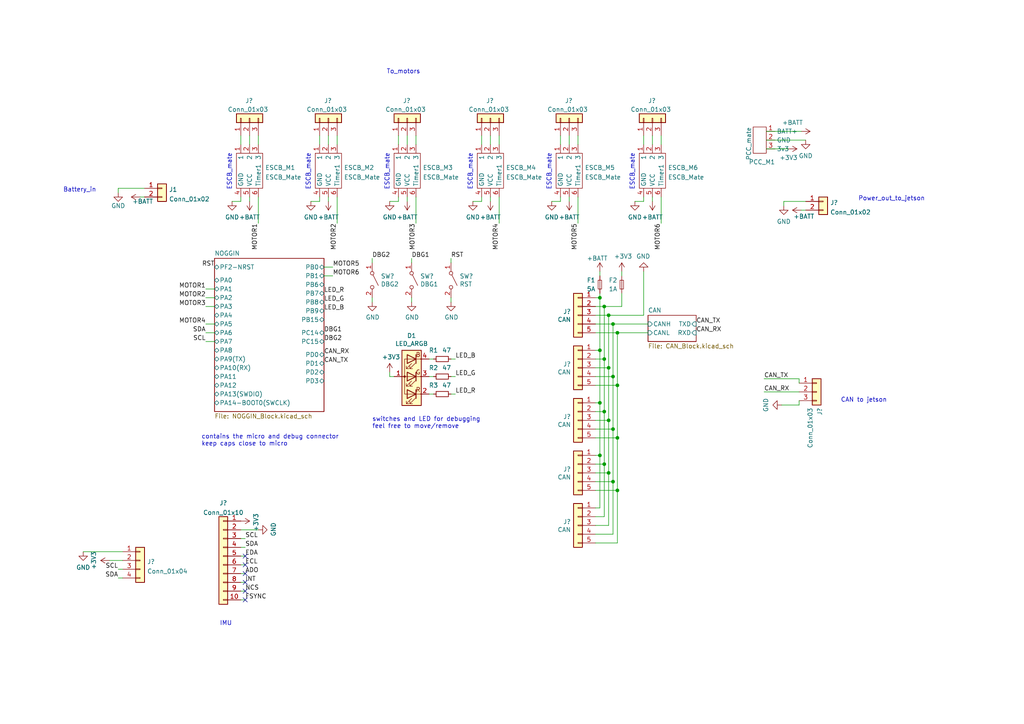
<source format=kicad_sch>
(kicad_sch (version 20211123) (generator eeschema)
  (paper "A4")
  (lib_symbols
    (symbol "Connector_Generic:Conn_01x02" (pin_names (offset 1.016) hide)
      (property "Reference" "J" (at 0 2.54 0))
      (property "Value" "Conn_01x02" (at 0 -5.08 0))
      (symbol "Conn_01x02_1_1"
        (rectangle (start -1.27 -2.413) (end 0 -2.667) (stroke (width 0.1524)))
        (rectangle (start -1.27 0.127) (end 0 -0.127) (stroke (width 0.1524)))
        (rectangle (start -1.27 1.27) (end 1.27 -3.81) (stroke (width 0.254)) (fill (type background)))
        (pin passive line (at -5.08 0 0) (length 3.81) (name "Pin_1") (number "1"))
        (pin passive line (at -5.08 -2.54 0) (length 3.81) (name "Pin_2") (number "2"))
      )
    )
    (symbol "Connector_Generic:Conn_01x03" (pin_names (offset 1.016) hide)
      (property "Reference" "J" (at 0 5.08 0))
      (property "Value" "Conn_01x03" (at 0 -5.08 0))
      (symbol "Conn_01x03_1_1"
        (rectangle (start -1.27 -2.413) (end 0 -2.667) (stroke (width 0.1524)))
        (rectangle (start -1.27 0.127) (end 0 -0.127) (stroke (width 0.1524)))
        (rectangle (start -1.27 2.667) (end 0 2.413) (stroke (width 0.1524)))
        (rectangle (start -1.27 3.81) (end 1.27 -3.81) (stroke (width 0.254)) (fill (type background)))
        (pin passive line (at -5.08 2.54 0) (length 3.81) (name "Pin_1") (number "1"))
        (pin passive line (at -5.08 0 0) (length 3.81) (name "Pin_2") (number "2"))
        (pin passive line (at -5.08 -2.54 0) (length 3.81) (name "Pin_3") (number "3"))
      )
    )
    (symbol "Connector_Generic:Conn_01x04" (pin_names (offset 1.016) hide)
      (property "Reference" "J" (at 0 5.08 0))
      (property "Value" "Conn_01x04" (at 0 -7.62 0))
      (symbol "Conn_01x04_1_1"
        (rectangle (start -1.27 -4.953) (end 0 -5.207) (stroke (width 0.1524)))
        (rectangle (start -1.27 -2.413) (end 0 -2.667) (stroke (width 0.1524)))
        (rectangle (start -1.27 0.127) (end 0 -0.127) (stroke (width 0.1524)))
        (rectangle (start -1.27 2.667) (end 0 2.413) (stroke (width 0.1524)))
        (rectangle (start -1.27 3.81) (end 1.27 -6.35) (stroke (width 0.254)) (fill (type background)))
        (pin passive line (at -5.08 2.54 0) (length 3.81) (name "Pin_1") (number "1"))
        (pin passive line (at -5.08 0 0) (length 3.81) (name "Pin_2") (number "2"))
        (pin passive line (at -5.08 -2.54 0) (length 3.81) (name "Pin_3") (number "3"))
        (pin passive line (at -5.08 -5.08 0) (length 3.81) (name "Pin_4") (number "4"))
      )
    )
    (symbol "Connector_Generic:Conn_01x05" (pin_names (offset 1.016) hide)
      (property "Reference" "J" (at 0 7.62 0))
      (property "Value" "Conn_01x05" (at 0 -7.62 0))
      (symbol "Conn_01x05_1_1"
        (rectangle (start -1.27 -4.953) (end 0 -5.207) (stroke (width 0.1524)))
        (rectangle (start -1.27 -2.413) (end 0 -2.667) (stroke (width 0.1524)))
        (rectangle (start -1.27 0.127) (end 0 -0.127) (stroke (width 0.1524)))
        (rectangle (start -1.27 2.667) (end 0 2.413) (stroke (width 0.1524)))
        (rectangle (start -1.27 5.207) (end 0 4.953) (stroke (width 0.1524)))
        (rectangle (start -1.27 6.35) (end 1.27 -6.35) (stroke (width 0.254)) (fill (type background)))
        (pin passive line (at -5.08 5.08 0) (length 3.81) (name "Pin_1") (number "1"))
        (pin passive line (at -5.08 2.54 0) (length 3.81) (name "Pin_2") (number "2"))
        (pin passive line (at -5.08 0 0) (length 3.81) (name "Pin_3") (number "3"))
        (pin passive line (at -5.08 -2.54 0) (length 3.81) (name "Pin_4") (number "4"))
        (pin passive line (at -5.08 -5.08 0) (length 3.81) (name "Pin_5") (number "5"))
      )
    )
    (symbol "Connector_Generic:Conn_01x10" (pin_names (offset 1.016) hide)
      (property "Reference" "J" (at 0 12.7 0))
      (property "Value" "Conn_01x10" (at 0 -15.24 0))
      (symbol "Conn_01x10_1_1"
        (rectangle (start -1.27 -12.573) (end 0 -12.827) (stroke (width 0.1524)))
        (rectangle (start -1.27 -10.033) (end 0 -10.287) (stroke (width 0.1524)))
        (rectangle (start -1.27 -7.493) (end 0 -7.747) (stroke (width 0.1524)))
        (rectangle (start -1.27 -4.953) (end 0 -5.207) (stroke (width 0.1524)))
        (rectangle (start -1.27 -2.413) (end 0 -2.667) (stroke (width 0.1524)))
        (rectangle (start -1.27 0.127) (end 0 -0.127) (stroke (width 0.1524)))
        (rectangle (start -1.27 2.667) (end 0 2.413) (stroke (width 0.1524)))
        (rectangle (start -1.27 5.207) (end 0 4.953) (stroke (width 0.1524)))
        (rectangle (start -1.27 7.747) (end 0 7.493) (stroke (width 0.1524)))
        (rectangle (start -1.27 10.287) (end 0 10.033) (stroke (width 0.1524)))
        (rectangle (start -1.27 11.43) (end 1.27 -13.97) (stroke (width 0.254)) (fill (type background)))
        (pin passive line (at -5.08 10.16 0) (length 3.81) (name "Pin_1") (number "1"))
        (pin passive line (at -5.08 -12.7 0) (length 3.81) (name "Pin_10") (number "10"))
        (pin passive line (at -5.08 7.62 0) (length 3.81) (name "Pin_2") (number "2"))
        (pin passive line (at -5.08 5.08 0) (length 3.81) (name "Pin_3") (number "3"))
        (pin passive line (at -5.08 2.54 0) (length 3.81) (name "Pin_4") (number "4"))
        (pin passive line (at -5.08 0 0) (length 3.81) (name "Pin_5") (number "5"))
        (pin passive line (at -5.08 -2.54 0) (length 3.81) (name "Pin_6") (number "6"))
        (pin passive line (at -5.08 -5.08 0) (length 3.81) (name "Pin_7") (number "7"))
        (pin passive line (at -5.08 -7.62 0) (length 3.81) (name "Pin_8") (number "8"))
        (pin passive line (at -5.08 -10.16 0) (length 3.81) (name "Pin_9") (number "9"))
      )
    )
    (symbol "Device:Fuse_Small" (pin_numbers hide) (pin_names (offset 0.254) hide)
      (property "Reference" "F" (at 0 -1.524 0))
      (property "Value" "Fuse_Small" (at 0 1.524 0))
      (symbol "Fuse_Small_0_1"
        (rectangle (start -1.27 0.508) (end 1.27 -0.508))
        (polyline (pts (xy -1.27 0) (xy 1.27 0)))
      )
      (symbol "Fuse_Small_1_1"
        (pin passive line (at -2.54 0 0) (length 1.27) (name "~") (number "1"))
        (pin passive line (at 2.54 0 180) (length 1.27) (name "~") (number "2"))
      )
    )
    (symbol "Device:LED_ARGB" (pin_names (offset 0) hide)
      (property "Reference" "D" (at 0 9.398 0))
      (property "Value" "LED_ARGB" (at 0 -8.89 0))
      (symbol "LED_ARGB_0_0"
        (text "B" (at -1.905 -6.35 0) (effects (font (size 1.27 1.27))))
        (text "G" (at -1.905 -1.27 0) (effects (font (size 1.27 1.27))))
        (text "R" (at -1.905 3.81 0) (effects (font (size 1.27 1.27))))
      )
      (symbol "LED_ARGB_0_1"
        (polyline (pts (xy -1.27 -5.08) (xy -2.54 -5.08)))
        (polyline (pts (xy -1.27 -5.08) (xy 1.27 -5.08)))
        (polyline (pts (xy -1.27 -3.81) (xy -1.27 -6.35)) (stroke (width 0.254)))
        (polyline (pts (xy -1.27 0) (xy -2.54 0)))
        (polyline (pts (xy -1.27 1.27) (xy -1.27 -1.27)) (stroke (width 0.254)))
        (polyline (pts (xy -1.27 5.08) (xy -2.54 5.08)))
        (polyline (pts (xy -1.27 5.08) (xy 1.27 5.08)))
        (polyline (pts (xy -1.27 6.35) (xy -1.27 3.81)) (stroke (width 0.254)))
        (polyline (pts (xy 1.27 0) (xy -1.27 0)))
        (polyline (pts (xy 1.27 0) (xy 2.54 0)))
        (polyline (pts (xy -1.27 1.27) (xy -1.27 -1.27) (xy -1.27 -1.27)))
        (polyline (pts (xy -1.27 6.35) (xy -1.27 3.81) (xy -1.27 3.81)))
        (polyline (pts (xy 1.27 -5.08) (xy 2.032 -5.08) (xy 2.032 5.08) (xy 1.27 5.08)))
        (polyline (pts (xy 1.27 -3.81) (xy 1.27 -6.35) (xy -1.27 -5.08) (xy 1.27 -3.81)) (stroke (width 0.254)))
        (polyline (pts (xy 1.27 1.27) (xy 1.27 -1.27) (xy -1.27 0) (xy 1.27 1.27)) (stroke (width 0.254)))
        (polyline (pts (xy 1.27 6.35) (xy 1.27 3.81) (xy -1.27 5.08) (xy 1.27 6.35)) (stroke (width 0.254)))
        (polyline (pts (xy -1.016 -3.81) (xy 0.508 -2.286) (xy -0.254 -2.286) (xy 0.508 -2.286) (xy 0.508 -3.048)))
        (polyline (pts (xy -1.016 1.27) (xy 0.508 2.794) (xy -0.254 2.794) (xy 0.508 2.794) (xy 0.508 2.032)))
        (polyline (pts (xy -1.016 6.35) (xy 0.508 7.874) (xy -0.254 7.874) (xy 0.508 7.874) (xy 0.508 7.112)))
        (polyline (pts (xy 0 -3.81) (xy 1.524 -2.286) (xy 0.762 -2.286) (xy 1.524 -2.286) (xy 1.524 -3.048)))
        (polyline (pts (xy 0 1.27) (xy 1.524 2.794) (xy 0.762 2.794) (xy 1.524 2.794) (xy 1.524 2.032)))
        (polyline (pts (xy 0 6.35) (xy 1.524 7.874) (xy 0.762 7.874) (xy 1.524 7.874) (xy 1.524 7.112)))
        (rectangle (start 1.27 -1.27) (end 1.27 1.27))
        (rectangle (start 1.27 1.27) (end 1.27 1.27))
        (rectangle (start 1.27 3.81) (end 1.27 6.35))
        (rectangle (start 1.27 6.35) (end 1.27 6.35))
        (circle (center 2.032 0) (radius 0.254) (fill (type outline)))
        (rectangle (start 2.794 8.382) (end -2.794 -7.62) (stroke (width 0.254)) (fill (type background)))
      )
      (symbol "LED_ARGB_1_1"
        (pin passive line (at 5.08 0 180) (length 2.54) (name "A") (number "1"))
        (pin passive line (at -5.08 5.08 0) (length 2.54) (name "RK") (number "2"))
        (pin passive line (at -5.08 0 0) (length 2.54) (name "GK") (number "3"))
        (pin passive line (at -5.08 -5.08 0) (length 2.54) (name "BK") (number "4"))
      )
    )
    (symbol "Device:R_Small" (pin_numbers hide) (pin_names (offset 0.254) hide)
      (property "Reference" "R" (at 0.762 0.508 0))
      (property "Value" "R_Small" (at 0.762 -1.016 0))
      (symbol "R_Small_0_1"
        (rectangle (start -0.762 1.778) (end 0.762 -1.778) (stroke (width 0.2032)))
      )
      (symbol "R_Small_1_1"
        (pin passive line (at 0 2.54 270) (length 0.762) (name "~") (number "1"))
        (pin passive line (at 0 -2.54 90) (length 0.762) (name "~") (number "2"))
      )
    )
    (symbol "Switch:SW_SPST" (pin_names (offset 0) hide)
      (property "Reference" "SW" (at 0 3.175 0))
      (property "Value" "SW_SPST" (at 0 -2.54 0))
      (symbol "SW_SPST_0_0"
        (circle (center -2.032 0) (radius 0.508))
        (polyline (pts (xy -1.524 0.254) (xy 1.524 1.778)))
        (circle (center 2.032 0) (radius 0.508))
      )
      (symbol "SW_SPST_1_1"
        (pin passive line (at -5.08 0 0) (length 2.54) (name "A") (number "1"))
        (pin passive line (at 5.08 0 180) (length 2.54) (name "B") (number "2"))
      )
    )
    (symbol "backplane_custom:ESCB_Mate"
      (property "Reference" "J?" (at 4.5212 0.9085 0))
      (property "Value" "ESCB_Mate" (at 4.5212 -1.8666 0))
      (symbol "ESCB_Mate_0_1"
        (rectangle (start -3.81 5.08) (end 3.81 -5.08) (stroke (width 0.1524)))
      )
      (symbol "ESCB_Mate_1_1"
        (pin output line (at -2.54 7.62 270) (length 2.54) (name "1") (number "1"))
        (pin output line (at 0 7.62 270) (length 2.54) (name "2") (number "2"))
        (pin output line (at 2.54 7.62 270) (length 2.54) (name "3") (number "3"))
        (pin input line (at -2.54 -7.62 90) (length 2.54) (name "GND") (number "4"))
        (pin input line (at 0 -7.62 90) (length 2.54) (name "VCC") (number "5"))
        (pin input line (at 2.54 -7.62 90) (length 2.54) (name "Timer1") (number "6"))
      )
    )
    (symbol "backplane_custom:PCC_mate"
      (property "Reference" "U" (at 0 -5.08 0))
      (property "Value" "PCC_mate" (at 0 -2.54 0))
      (symbol "PCC_mate_0_1"
        (rectangle (start -3.81 2.54) (end 3.81 -1.27) (stroke (width 0.1524)))
      )
      (symbol "PCC_mate_1_1"
        (pin power_in line (at -2.54 2.54 90) (length 2.54) (name "BATT+") (number "1"))
        (pin power_in line (at 0 2.54 90) (length 2.54) (name "GND") (number "2"))
        (pin power_out line (at 2.54 2.54 90) (length 2.54) (name "3v3") (number "3"))
      )
    )
    (symbol "power:+3V3" (power) (pin_names (offset 0))
      (property "Value" "+3V3" (at 0 3.556 0))
      (symbol "+3V3_0_1"
        (polyline (pts (xy -0.762 1.27) (xy 0 2.54)))
        (polyline (pts (xy 0 0) (xy 0 2.54)))
        (polyline (pts (xy 0 2.54) (xy 0.762 1.27)))
      )
      (symbol "+3V3_1_1"
        (pin power_in line (at 0 0 90) (length 0) hide (name "+3V3") (number "1"))
      )
    )
    (symbol "power:+BATT" (power) (pin_names (offset 0))
      (property "Value" "+BATT" (at 0 3.556 0))
      (symbol "+BATT_0_1"
        (polyline (pts (xy -0.762 1.27) (xy 0 2.54)))
        (polyline (pts (xy 0 0) (xy 0 2.54)))
        (polyline (pts (xy 0 2.54) (xy 0.762 1.27)))
      )
      (symbol "+BATT_1_1"
        (pin power_in line (at 0 0 90) (length 0) hide (name "+BATT") (number "1"))
      )
    )
    (symbol "power:GND" (power) (pin_names (offset 0))
      (property "Value" "GND" (at 0 -3.81 0))
      (symbol "GND_0_1"
        (polyline (pts (xy 0 0) (xy 0 -1.27) (xy 1.27 -1.27) (xy 0 -2.54) (xy -1.27 -1.27) (xy 0 -1.27)))
      )
      (symbol "GND_1_1"
        (pin power_in line (at 0 0 270) (length 0) hide (name "GND") (number "1"))
      )
    )
  )
  (junction (at 179.07 142.24))
  (junction (at 177.8 93.98))
  (junction (at 179.07 127))
  (junction (at 176.53 106.68))
  (junction (at 175.26 134.62))
  (junction (at 175.26 119.38))
  (junction (at 176.53 121.92))
  (junction (at 179.07 96.52))
  (junction (at 177.8 109.22))
  (junction (at 177.8 139.7))
  (junction (at 173.99 101.6))
  (junction (at 176.53 91.44))
  (junction (at 173.99 132.08))
  (junction (at 179.07 111.76))
  (junction (at 175.26 88.9))
  (junction (at 173.99 86.36))
  (junction (at 175.26 104.14))
  (junction (at 173.99 116.84))
  (junction (at 176.53 137.16))
  (junction (at 177.8 124.46))
  (no_connect (at 71.12 161.29))
  (no_connect (at 71.12 163.83))
  (no_connect (at 71.12 166.37))
  (no_connect (at 71.12 168.91))
  (no_connect (at 71.12 171.45))
  (no_connect (at 71.12 173.99))
  (wire (pts (xy 69.85 156.21) (xy 71.12 156.21)))
  (wire (pts (xy 142.24 57.15) (xy 142.24 58.42)))
  (wire (pts (xy 172.72 157.48) (xy 179.07 157.48)))
  (wire (pts (xy 93.98 80.01) (xy 96.52 80.01)))
  (wire (pts (xy 173.99 86.36) (xy 173.99 85.09)))
  (wire (pts (xy 165.1 57.15) (xy 165.1 58.42)))
  (wire (pts (xy 189.23 39.37) (xy 189.23 41.91)))
  (wire (pts (xy 231.775 109.855) (xy 221.615 109.855)))
  (wire (pts (xy 107.95 74.93) (xy 107.95 76.2)))
  (wire (pts (xy 172.72 142.24) (xy 179.07 142.24)))
  (wire (pts (xy 69.85 171.45) (xy 71.12 171.45)))
  (wire (pts (xy 173.99 116.84) (xy 173.99 132.08)))
  (wire (pts (xy 130.81 104.14) (xy 132.08 104.14)))
  (wire (pts (xy 107.95 87.63) (xy 107.95 86.36)))
  (wire (pts (xy 34.29 167.64) (xy 35.56 167.64)))
  (wire (pts (xy 173.99 80.01) (xy 173.99 78.74)))
  (wire (pts (xy 59.69 88.9) (xy 62.23 88.9)))
  (wire (pts (xy 139.7 58.42) (xy 139.7 57.15)))
  (wire (pts (xy 69.85 153.67) (xy 74.93 153.67)))
  (wire (pts (xy 59.69 93.98) (xy 62.23 93.98)))
  (wire (pts (xy 69.85 161.29) (xy 71.12 161.29)))
  (wire (pts (xy 165.1 39.37) (xy 165.1 41.91)))
  (wire (pts (xy 97.79 39.37) (xy 97.79 41.91)))
  (wire (pts (xy 179.07 142.24) (xy 179.07 157.48)))
  (wire (pts (xy 172.72 86.36) (xy 173.99 86.36)))
  (wire (pts (xy 176.53 121.92) (xy 176.53 137.16)))
  (wire (pts (xy 92.71 39.37) (xy 92.71 41.91)))
  (wire (pts (xy 118.11 57.15) (xy 118.11 58.42)))
  (wire (pts (xy 95.25 57.15) (xy 95.25 58.42)))
  (wire (pts (xy 172.72 88.9) (xy 175.26 88.9)))
  (wire (pts (xy 172.72 101.6) (xy 173.99 101.6)))
  (wire (pts (xy 175.26 88.9) (xy 180.34 88.9)))
  (wire (pts (xy 177.8 109.22) (xy 177.8 93.98)))
  (wire (pts (xy 175.26 134.62) (xy 175.26 149.86)))
  (wire (pts (xy 175.26 104.14) (xy 175.26 88.9)))
  (wire (pts (xy 187.96 93.98) (xy 177.8 93.98)))
  (wire (pts (xy 176.53 137.16) (xy 176.53 152.4)))
  (wire (pts (xy 167.64 57.15) (xy 167.64 64.77)))
  (wire (pts (xy 172.72 127) (xy 179.07 127)))
  (wire (pts (xy 59.69 96.52) (xy 62.23 96.52)))
  (wire (pts (xy 124.46 114.3) (xy 125.73 114.3)))
  (wire (pts (xy 74.93 39.37) (xy 74.93 41.91)))
  (wire (pts (xy 191.77 57.15) (xy 191.77 64.77)))
  (wire (pts (xy 24.13 160.02) (xy 35.56 160.02)))
  (wire (pts (xy 97.79 57.15) (xy 97.79 64.77)))
  (wire (pts (xy 113.03 58.42) (xy 115.57 58.42)))
  (wire (pts (xy 172.72 147.32) (xy 173.99 147.32)))
  (wire (pts (xy 232.41 60.96) (xy 233.68 60.96)))
  (wire (pts (xy 119.38 87.63) (xy 119.38 86.36)))
  (wire (pts (xy 160.02 58.42) (xy 162.56 58.42)))
  (wire (pts (xy 69.85 58.42) (xy 69.85 57.15)))
  (wire (pts (xy 172.72 91.44) (xy 176.53 91.44)))
  (wire (pts (xy 130.81 87.63) (xy 130.81 86.36)))
  (wire (pts (xy 144.78 39.37) (xy 144.78 41.91)))
  (wire (pts (xy 231.775 111.125) (xy 231.775 109.855)))
  (wire (pts (xy 119.38 74.93) (xy 119.38 76.2)))
  (wire (pts (xy 40.64 57.15) (xy 41.91 57.15)))
  (wire (pts (xy 142.24 39.37) (xy 142.24 41.91)))
  (wire (pts (xy 130.81 109.22) (xy 132.08 109.22)))
  (wire (pts (xy 172.72 152.4) (xy 176.53 152.4)))
  (wire (pts (xy 162.56 58.42) (xy 162.56 57.15)))
  (wire (pts (xy 113.03 107.95) (xy 113.03 109.22)))
  (wire (pts (xy 72.39 58.42) (xy 72.39 57.15)))
  (wire (pts (xy 172.72 119.38) (xy 175.26 119.38)))
  (wire (pts (xy 118.11 39.37) (xy 118.11 41.91)))
  (wire (pts (xy 173.99 132.08) (xy 173.99 147.32)))
  (wire (pts (xy 124.46 104.14) (xy 125.73 104.14)))
  (wire (pts (xy 144.78 57.15) (xy 144.78 64.77)))
  (wire (pts (xy 179.07 111.76) (xy 179.07 96.52)))
  (wire (pts (xy 222.25 43.18) (xy 228.6 43.18)))
  (wire (pts (xy 92.71 58.42) (xy 92.71 57.15)))
  (wire (pts (xy 74.93 57.15) (xy 74.93 64.77)))
  (wire (pts (xy 186.69 91.44) (xy 186.69 78.74)))
  (wire (pts (xy 180.34 88.9) (xy 180.34 85.09)))
  (wire (pts (xy 59.69 86.36) (xy 62.23 86.36)))
  (wire (pts (xy 175.26 104.14) (xy 175.26 119.38)))
  (wire (pts (xy 172.72 137.16) (xy 176.53 137.16)))
  (wire (pts (xy 67.31 58.42) (xy 69.85 58.42)))
  (wire (pts (xy 172.72 116.84) (xy 173.99 116.84)))
  (wire (pts (xy 176.53 106.68) (xy 176.53 91.44)))
  (wire (pts (xy 31.75 162.56) (xy 35.56 162.56)))
  (wire (pts (xy 172.72 139.7) (xy 177.8 139.7)))
  (wire (pts (xy 175.26 119.38) (xy 175.26 134.62)))
  (wire (pts (xy 176.53 106.68) (xy 176.53 121.92)))
  (wire (pts (xy 162.56 39.37) (xy 162.56 41.91)))
  (wire (pts (xy 167.64 39.37) (xy 167.64 41.91)))
  (wire (pts (xy 179.07 96.52) (xy 187.96 96.52)))
  (wire (pts (xy 69.85 173.99) (xy 71.12 173.99)))
  (wire (pts (xy 34.29 165.1) (xy 35.56 165.1)))
  (wire (pts (xy 231.775 113.665) (xy 221.615 113.665)))
  (wire (pts (xy 177.8 109.22) (xy 177.8 124.46)))
  (wire (pts (xy 95.25 39.37) (xy 95.25 41.91)))
  (wire (pts (xy 69.85 163.83) (xy 71.12 163.83)))
  (wire (pts (xy 93.98 77.47) (xy 96.52 77.47)))
  (wire (pts (xy 172.72 109.22) (xy 177.8 109.22)))
  (wire (pts (xy 72.39 39.37) (xy 72.39 41.91)))
  (wire (pts (xy 59.69 83.82) (xy 62.23 83.82)))
  (wire (pts (xy 113.03 109.22) (xy 114.3 109.22)))
  (wire (pts (xy 179.07 111.76) (xy 179.07 127)))
  (wire (pts (xy 34.29 55.88) (xy 34.29 54.61)))
  (wire (pts (xy 69.85 168.91) (xy 71.12 168.91)))
  (wire (pts (xy 177.8 139.7) (xy 177.8 154.94)))
  (wire (pts (xy 130.81 114.3) (xy 132.08 114.3)))
  (wire (pts (xy 172.72 96.52) (xy 179.07 96.52)))
  (wire (pts (xy 173.99 101.6) (xy 173.99 116.84)))
  (wire (pts (xy 222.25 40.64) (xy 233.68 40.64)))
  (wire (pts (xy 176.53 91.44) (xy 186.69 91.44)))
  (wire (pts (xy 189.23 57.15) (xy 189.23 58.42)))
  (wire (pts (xy 69.85 158.75) (xy 71.12 158.75)))
  (wire (pts (xy 139.7 39.37) (xy 139.7 41.91)))
  (wire (pts (xy 186.69 58.42) (xy 186.69 57.15)))
  (wire (pts (xy 59.69 99.06) (xy 62.23 99.06)))
  (wire (pts (xy 172.72 111.76) (xy 179.07 111.76)))
  (wire (pts (xy 172.72 106.68) (xy 176.53 106.68)))
  (wire (pts (xy 120.65 57.15) (xy 120.65 64.77)))
  (wire (pts (xy 173.99 101.6) (xy 173.99 86.36)))
  (wire (pts (xy 184.15 58.42) (xy 186.69 58.42)))
  (wire (pts (xy 172.72 104.14) (xy 175.26 104.14)))
  (wire (pts (xy 130.81 74.93) (xy 130.81 76.2)))
  (wire (pts (xy 227.33 58.42) (xy 233.68 58.42)))
  (wire (pts (xy 231.775 116.205) (xy 231.775 117.475)))
  (wire (pts (xy 191.77 39.37) (xy 191.77 41.91)))
  (wire (pts (xy 69.85 39.37) (xy 69.85 41.91)))
  (wire (pts (xy 222.25 38.1) (xy 232.41 38.1)))
  (wire (pts (xy 115.57 58.42) (xy 115.57 57.15)))
  (wire (pts (xy 69.85 166.37) (xy 71.12 166.37)))
  (wire (pts (xy 172.72 132.08) (xy 173.99 132.08)))
  (wire (pts (xy 227.33 59.69) (xy 227.33 58.42)))
  (wire (pts (xy 177.8 93.98) (xy 172.72 93.98)))
  (wire (pts (xy 172.72 134.62) (xy 175.26 134.62)))
  (wire (pts (xy 34.29 54.61) (xy 41.91 54.61)))
  (wire (pts (xy 137.16 58.42) (xy 139.7 58.42)))
  (wire (pts (xy 172.72 149.86) (xy 175.26 149.86)))
  (wire (pts (xy 177.8 124.46) (xy 177.8 139.7)))
  (wire (pts (xy 90.17 58.42) (xy 92.71 58.42)))
  (wire (pts (xy 124.46 109.22) (xy 125.73 109.22)))
  (wire (pts (xy 179.07 127) (xy 179.07 142.24)))
  (wire (pts (xy 172.72 121.92) (xy 176.53 121.92)))
  (wire (pts (xy 186.69 39.37) (xy 186.69 41.91)))
  (wire (pts (xy 180.34 80.01) (xy 180.34 78.74)))
  (wire (pts (xy 115.57 39.37) (xy 115.57 41.91)))
  (wire (pts (xy 120.65 39.37) (xy 120.65 41.91)))
  (wire (pts (xy 231.775 117.475) (xy 226.695 117.475)))
  (wire (pts (xy 172.72 154.94) (xy 177.8 154.94)))
  (wire (pts (xy 172.72 124.46) (xy 177.8 124.46)))
  (text "Power_out_to_jetson\n" (at 248.92 58.42 0) (effects (font (size 1.27 1.27)) (justify left bottom)))
  (text "ESCB_mate" (at 160.02 44.45 270) (effects (font (size 1.27 1.27)) (justify right bottom)))
  (text "ESCB_mate" (at 113.03 44.45 270) (effects (font (size 1.27 1.27)) (justify right bottom)))
  (text "ESCB_mate" (at 90.17 44.45 270) (effects (font (size 1.27 1.27)) (justify right bottom)))
  (text "contains the micro and debug connector\nkeep caps close to micro" (at 58.42 129.54 0) (effects (font (size 1.27 1.27)) (justify left bottom)))
  (text "ESCB_mate" (at 137.16 44.45 270) (effects (font (size 1.27 1.27)) (justify right bottom)))
  (text "ESCB_mate" (at 67.31 44.45 270) (effects (font (size 1.27 1.27)) (justify right bottom)))
  (text "Battery_in" (at 27.94 55.88 180) (effects (font (size 1.27 1.27)) (justify right bottom)))
  (text "switches and LED for debugging\nfeel free to move/remove" (at 107.95 124.46 0) (effects (font (size 1.27 1.27)) (justify left bottom)))
  (text "To_motors" (at 121.92 21.59 180) (effects (font (size 1.27 1.27)) (justify right bottom)))
  (text "IMU" (at 67.31 181.61 180) (effects (font (size 1.27 1.27)) (justify right bottom)))
  (text "ESCB_mate" (at 184.15 44.45 270) (effects (font (size 1.27 1.27)) (justify right bottom)))
  (text "CAN to jetson" (at 243.84 116.84 0) (effects (font (size 1.27 1.27)) (justify left bottom)))
  (label "MOTOR4" (at 59.69 93.98 180))
  (label "RST" (at 130.81 74.93 0))
  (label "MOTOR4" (at 144.78 64.77 270))
  (label "LED_B" (at 93.98 90.17 0))
  (label "CAN_RX" (at 93.98 102.87 0))
  (label "MOTOR3" (at 59.69 88.9 180))
  (label "DBG2" (at 93.98 99.06 0))
  (label "LED_R" (at 93.98 85.09 0))
  (label "DBG1" (at 119.38 74.93 0))
  (label "EDA" (at 71.12 161.29 0))
  (label "ADO" (at 71.12 166.37 0))
  (label "SDA" (at 59.69 96.52 180))
  (label "MOTOR6" (at 96.52 80.01 0))
  (label "CAN_RX" (at 201.93 96.52 0))
  (label "SDA" (at 34.29 167.64 180))
  (label "ECL" (at 71.12 163.83 0))
  (label "SCL" (at 34.29 165.1 180))
  (label "MOTOR1" (at 74.93 64.77 270))
  (label "LED_G" (at 132.08 109.22 0))
  (label "RST" (at 62.23 77.47 180))
  (label "CAN_RX" (at 221.615 113.665 0))
  (label "MOTOR3" (at 120.65 64.77 270))
  (label "INT" (at 71.12 168.91 0))
  (label "MOTOR6" (at 191.77 64.77 270))
  (label "SDA" (at 71.12 158.75 0))
  (label "CAN_TX" (at 201.93 93.98 0))
  (label "NCS" (at 71.12 171.45 0))
  (label "FSYNC" (at 71.12 173.99 0))
  (label "MOTOR1" (at 59.69 83.82 180))
  (label "SCL" (at 59.69 99.06 180))
  (label "LED_B" (at 132.08 104.14 0))
  (label "MOTOR2" (at 97.79 64.77 270))
  (label "MOTOR5" (at 167.64 64.77 270))
  (label "MOTOR2" (at 59.69 86.36 180))
  (label "DBG1" (at 93.98 96.52 0))
  (label "LED_R" (at 132.08 114.3 0))
  (label "MOTOR5" (at 96.52 77.47 0))
  (label "DBG2" (at 107.95 74.93 0))
  (label "SCL" (at 71.12 156.21 0))
  (label "CAN_TX" (at 93.98 105.41 0))
  (label "LED_G" (at 93.98 87.63 0))
  (label "CAN_TX" (at 221.615 109.855 0))
  (symbol (lib_id "power:GND") (at 119.38 87.63 0) (unit 1)
    (property "Reference" "#PWR?" (effects hide))
    (property "Value" "GND" (at 119.507 92.0242 0))
  )
  (symbol (lib_id "power:GND") (at 67.31 58.42 0) (unit 1)
    (property "Reference" "#PWR?" (effects hide))
    (property "Value" "GND" (at 67.31 62.9825 0))
  )
  (symbol (lib_id "power:+3V3") (at 180.34 78.74 0) (unit 1)
    (property "Reference" "#PWR?" (effects hide))
    (property "Value" "+3V3" (at 180.721 74.3458 0))
  )
  (symbol (lib_id "Connector_Generic:Conn_01x03") (at 236.855 113.665 0) (unit 1)
    (property "Reference" "J?" (at 237.7635 118.237 90) (effects (justify right)))
    (property "Value" "Conn_01x03" (at 234.9884 118.237 90) (effects (justify right)))
    (property "Footprint" "extraparts:Molex_DuraClik_Vert_3pin" (effects hide))
  )
  (symbol (lib_id "Device:R_Small") (at 128.27 114.3 270) (unit 1)
    (property "Reference" "R3" (at 125.73 111.76 90))
    (property "Value" "47" (at 129.54 111.76 90))
    (property "Footprint" "Resistor_SMD:R_0603_1608Metric" (effects hide))
  )
  (symbol (lib_id "Connector_Generic:Conn_01x05") (at 167.64 137.16 0) (mirror y) (unit 1)
    (property "Reference" "J?" (at 165.608 136.0932 0) (effects (justify left)))
    (property "Value" "CAN" (at 165.608 138.4046 0) (effects (justify left)))
    (property "Footprint" "extraparts:Molex_DuraClik_Vert_5pin" (effects hide))
  )
  (symbol (lib_id "power:+3V3") (at 69.85 151.13 270) (unit 1)
    (property "Reference" "#PWR?" (effects hide))
    (property "Value" "+3V3" (at 74.2442 151.511 0))
  )
  (symbol (lib_id "backplane_custom:PCC_mate") (at 219.71 40.64 270) (unit 1)
    (property "Reference" "PCC_M1" (at 217.17 46.99 90) (effects (justify left)))
    (property "Value" "PCC_mate" (at 217.17 36.83 0) (effects (justify left)))
  )
  (symbol (lib_id "Connector_Generic:Conn_01x10") (at 64.77 161.29 0) (mirror y) (unit 1)
    (property "Reference" "J?" (at 64.77 145.8935 0))
    (property "Value" "Conn_01x10" (at 64.77 148.6686 0))
    (property "Footprint" "Connector_PinHeader_2.54mm:PinHeader_1x10_P2.54mm_Vertical" (effects hide))
  )
  (symbol (lib_id "Device:R_Small") (at 128.27 109.22 270) (unit 1)
    (property "Reference" "R2" (at 125.73 106.68 90))
    (property "Value" "47" (at 129.54 106.68 90))
    (property "Footprint" "Resistor_SMD:R_0603_1608Metric" (effects hide))
  )
  (symbol (lib_id "Connector_Generic:Conn_01x05") (at 167.64 106.68 0) (mirror y) (unit 1)
    (property "Reference" "J?" (at 165.608 105.6132 0) (effects (justify left)))
    (property "Value" "CAN" (at 165.608 107.9246 0) (effects (justify left)))
    (property "Footprint" "extraparts:Molex_DuraClik_Vert_5pin" (effects hide))
  )
  (symbol (lib_id "Switch:SW_SPST") (at 107.95 81.28 270) (unit 1)
    (property "Reference" "SW?" (at 110.4392 80.1116 90) (effects (justify left)))
    (property "Value" "DBG2" (at 110.4392 82.423 90) (effects (justify left)))
    (property "Footprint" "Button_Switch_SMD:SW_SPST_PTS810" (effects hide))
  )
  (symbol (lib_id "power:GND") (at 226.695 117.475 270) (unit 1)
    (property "Reference" "#PWR?" (effects hide))
    (property "Value" "GND" (at 222.1325 117.475 0))
  )
  (symbol (lib_id "power:+BATT") (at 232.41 38.1 270) (unit 1)
    (property "Reference" "#PWR?" (effects hide))
    (property "Value" "+BATT" (at 229.87 35.56 90))
  )
  (symbol (lib_id "power:GND") (at 107.95 87.63 0) (unit 1)
    (property "Reference" "#PWR?" (effects hide))
    (property "Value" "GND" (at 108.077 92.0242 0))
  )
  (symbol (lib_id "power:GND") (at 227.33 59.69 0) (unit 1)
    (property "Reference" "#PWR?" (effects hide))
    (property "Value" "GND" (at 227.33 64.2525 0))
  )
  (symbol (lib_id "power:GND") (at 233.68 40.64 0) (unit 1)
    (property "Reference" "#PWR?" (effects hide))
    (property "Value" "GND" (at 233.68 45.2025 0))
  )
  (symbol (lib_id "Connector_Generic:Conn_01x03") (at 189.23 34.29 90) (unit 1)
    (property "Reference" "J?" (at 187.96 29.21 90) (effects (justify right)))
    (property "Value" "Conn_01x03" (at 182.88 31.75 90) (effects (justify right)))
    (property "Footprint" "extraparts:Molex_UltraFit_RH_3pin" (effects hide))
  )
  (symbol (lib_id "power:GND") (at 113.03 58.42 0) (unit 1)
    (property "Reference" "#PWR?" (effects hide))
    (property "Value" "GND" (at 113.03 62.9825 0))
  )
  (symbol (lib_id "power:+BATT") (at 142.24 58.42 180) (unit 1)
    (property "Reference" "#PWR?" (effects hide))
    (property "Value" "+BATT" (at 142.24 62.9825 0))
  )
  (symbol (lib_id "power:+BATT") (at 165.1 58.42 180) (unit 1)
    (property "Reference" "#PWR?" (effects hide))
    (property "Value" "+BATT" (at 165.1 62.9825 0))
  )
  (symbol (lib_id "power:+BATT") (at 173.99 78.74 0) (unit 1)
    (property "Reference" "#PWR?" (effects hide))
    (property "Value" "+BATT" (at 170.18 74.93 0) (effects (justify left)))
  )
  (symbol (lib_id "backplane_custom:ESCB_Mate") (at 165.1 49.53 0) (unit 1)
    (property "Reference" "ESCB_M5" (at 169.6212 48.6215 0) (effects (justify left)))
    (property "Value" "ESCB_Mate" (at 169.6212 51.3966 0) (effects (justify left)))
  )
  (symbol (lib_id "Device:Fuse_Small") (at 180.34 82.55 270) (unit 1)
    (property "Reference" "F2" (at 177.8 81.28 90))
    (property "Value" "1A" (at 177.8 83.82 90))
    (property "Footprint" "Fuse:Fuse_1206_3216Metric" (effects hide))
  )
  (symbol (lib_id "Connector_Generic:Conn_01x05") (at 167.64 152.4 0) (mirror y) (unit 1)
    (property "Reference" "J?" (at 165.608 151.3332 0) (effects (justify left)))
    (property "Value" "CAN" (at 165.608 153.6446 0) (effects (justify left)))
    (property "Footprint" "extraparts:Molex_DuraClik_Vert_5pin" (effects hide))
  )
  (symbol (lib_id "power:GND") (at 130.81 87.63 0) (unit 1)
    (property "Reference" "#PWR?" (effects hide))
    (property "Value" "GND" (at 130.937 92.0242 0))
  )
  (symbol (lib_id "power:+BATT") (at 95.25 58.42 180) (unit 1)
    (property "Reference" "#PWR?" (effects hide))
    (property "Value" "+BATT" (at 95.25 62.9825 0))
  )
  (symbol (lib_id "Connector_Generic:Conn_01x03") (at 72.39 34.29 90) (unit 1)
    (property "Reference" "J?" (at 71.12 29.21 90) (effects (justify right)))
    (property "Value" "Conn_01x03" (at 66.04 31.75 90) (effects (justify right)))
    (property "Footprint" "extraparts:Molex_UltraFit_RH_3pin" (effects hide))
  )
  (symbol (lib_id "Connector_Generic:Conn_01x03") (at 95.25 34.29 90) (unit 1)
    (property "Reference" "J?" (at 93.98 29.21 90) (effects (justify right)))
    (property "Value" "Conn_01x03" (at 88.9 31.75 90) (effects (justify right)))
    (property "Footprint" "extraparts:Molex_UltraFit_RH_3pin" (effects hide))
  )
  (symbol (lib_id "power:+3V3") (at 31.75 162.56 90) (unit 1)
    (property "Reference" "#PWR?" (effects hide))
    (property "Value" "+3V3" (at 27.1875 162.56 0))
  )
  (symbol (lib_id "Connector_Generic:Conn_01x03") (at 165.1 34.29 90) (unit 1)
    (property "Reference" "J?" (at 163.83 29.21 90) (effects (justify right)))
    (property "Value" "Conn_01x03" (at 158.75 31.75 90) (effects (justify right)))
    (property "Footprint" "extraparts:Molex_UltraFit_RH_3pin" (effects hide))
  )
  (symbol (lib_id "power:+BATT") (at 118.11 58.42 180) (unit 1)
    (property "Reference" "#PWR?" (effects hide))
    (property "Value" "+BATT" (at 118.11 62.9825 0))
  )
  (symbol (lib_id "backplane_custom:ESCB_Mate") (at 95.25 49.53 0) (unit 1)
    (property "Reference" "ESCB_M2" (at 99.7712 48.6215 0) (effects (justify left)))
    (property "Value" "ESCB_Mate" (at 99.7712 51.3966 0) (effects (justify left)))
  )
  (symbol (lib_id "Connector_Generic:Conn_01x02") (at 238.76 58.42 0) (unit 1)
    (property "Reference" "J?" (at 240.792 58.7815 0) (effects (justify left)))
    (property "Value" "Conn_01x02" (at 240.792 61.5566 0) (effects (justify left)))
    (property "Footprint" "extraparts:Molex_DuraClik_Vert_2pin" (effects hide))
  )
  (symbol (lib_id "power:GND") (at 137.16 58.42 0) (unit 1)
    (property "Reference" "#PWR?" (effects hide))
    (property "Value" "GND" (at 137.16 62.9825 0))
  )
  (symbol (lib_id "power:+3V3") (at 228.6 43.18 270) (unit 1)
    (property "Reference" "#PWR?" (effects hide))
    (property "Value" "+3V3" (at 226.06 45.72 90) (effects (justify left)))
  )
  (symbol (lib_id "Connector_Generic:Conn_01x03") (at 118.11 34.29 90) (unit 1)
    (property "Reference" "J?" (at 116.84 29.21 90) (effects (justify right)))
    (property "Value" "Conn_01x03" (at 111.76 31.75 90) (effects (justify right)))
    (property "Footprint" "extraparts:Molex_UltraFit_RH_3pin" (effects hide))
  )
  (symbol (lib_id "Device:LED_ARGB") (at 119.38 109.22 180) (unit 1)
    (property "Reference" "D1" (at 119.38 97.3582 0))
    (property "Value" "LED_ARGB" (at 119.38 99.6696 0))
    (property "Footprint" "LED_SMD:LED_Cree-PLCC4_2x2mm_CW" (effects hide))
  )
  (symbol (lib_id "power:+BATT") (at 232.41 60.96 90) (unit 1)
    (property "Reference" "#PWR?" (effects hide))
    (property "Value" "+BATT" (at 236.22 63.5 90) (effects (justify left top)))
  )
  (symbol (lib_id "Connector_Generic:Conn_01x05") (at 167.64 121.92 0) (mirror y) (unit 1)
    (property "Reference" "J?" (at 165.608 120.8532 0) (effects (justify left)))
    (property "Value" "CAN" (at 165.608 123.1646 0) (effects (justify left)))
    (property "Footprint" "extraparts:Molex_DuraClik_Vert_5pin" (effects hide))
  )
  (symbol (lib_id "power:GND") (at 186.69 78.74 180) (unit 1)
    (property "Reference" "#PWR?" (effects hide))
    (property "Value" "GND" (at 186.563 74.3458 0))
  )
  (symbol (lib_id "power:+BATT") (at 72.39 58.42 180) (unit 1)
    (property "Reference" "#PWR?" (effects hide))
    (property "Value" "+BATT" (at 72.39 62.9825 0))
  )
  (symbol (lib_id "Device:Fuse_Small") (at 173.99 82.55 270) (unit 1)
    (property "Reference" "F1" (at 171.45 81.28 90))
    (property "Value" "5A" (at 171.45 83.82 90))
    (property "Footprint" "Fuse:Fuse_2920_7451Metric" (effects hide))
  )
  (symbol (lib_id "Connector_Generic:Conn_01x02") (at 46.99 54.61 0) (unit 1)
    (property "Reference" "J1" (at 49.022 54.9715 0) (effects (justify left)))
    (property "Value" "Conn_01x02" (at 49.022 57.7466 0) (effects (justify left)))
    (property "Footprint" "extraparts:Molex_SuperSabre_Vert_2pin" (effects hide))
  )
  (symbol (lib_id "backplane_custom:ESCB_Mate") (at 72.39 49.53 0) (unit 1)
    (property "Reference" "ESCB_M1" (at 76.9112 48.6215 0) (effects (justify left)))
    (property "Value" "ESCB_Mate" (at 76.9112 51.3966 0) (effects (justify left)))
  )
  (symbol (lib_id "power:+3V3") (at 113.03 107.95 0) (unit 1)
    (property "Reference" "#PWR?" (effects hide))
    (property "Value" "+3V3" (at 113.411 103.5558 0))
  )
  (symbol (lib_id "Connector_Generic:Conn_01x05") (at 167.64 91.44 0) (mirror y) (unit 1)
    (property "Reference" "J?" (at 165.608 90.3732 0) (effects (justify left)))
    (property "Value" "CAN" (at 165.608 92.6846 0) (effects (justify left)))
    (property "Footprint" "extraparts:Molex_DuraClik_Vert_5pin" (effects hide))
  )
  (symbol (lib_id "Switch:SW_SPST") (at 130.81 81.28 270) (unit 1)
    (property "Reference" "SW?" (at 133.2992 80.1116 90) (effects (justify left)))
    (property "Value" "RST" (at 133.2992 82.423 90) (effects (justify left)))
    (property "Footprint" "Button_Switch_SMD:SW_SPST_PTS810" (effects hide))
  )
  (symbol (lib_id "power:GND") (at 74.93 153.67 90) (unit 1)
    (property "Reference" "#PWR?" (effects hide))
    (property "Value" "GND" (at 79.3242 153.543 0))
  )
  (symbol (lib_id "backplane_custom:ESCB_Mate") (at 118.11 49.53 0) (unit 1)
    (property "Reference" "ESCB_M3" (at 122.6312 48.6215 0) (effects (justify left)))
    (property "Value" "ESCB_Mate" (at 122.6312 51.3966 0) (effects (justify left)))
  )
  (symbol (lib_id "power:GND") (at 90.17 58.42 0) (unit 1)
    (property "Reference" "#PWR?" (effects hide))
    (property "Value" "GND" (at 90.17 62.9825 0))
  )
  (symbol (lib_id "Connector_Generic:Conn_01x03") (at 142.24 34.29 90) (unit 1)
    (property "Reference" "J?" (at 140.97 29.21 90) (effects (justify right)))
    (property "Value" "Conn_01x03" (at 135.89 31.75 90) (effects (justify right)))
    (property "Footprint" "extraparts:Molex_UltraFit_RH_3pin" (effects hide))
  )
  (symbol (lib_id "backplane_custom:ESCB_Mate") (at 142.24 49.53 0) (unit 1)
    (property "Reference" "ESCB_M4" (at 146.7612 48.6215 0) (effects (justify left)))
    (property "Value" "ESCB_Mate" (at 146.7612 51.3966 0) (effects (justify left)))
  )
  (symbol (lib_id "power:GND") (at 24.13 160.02 0) (unit 1)
    (property "Reference" "#PWR?" (effects hide))
    (property "Value" "GND" (at 24.13 164.5825 0))
  )
  (symbol (lib_id "Connector_Generic:Conn_01x04") (at 40.64 162.56 0) (unit 1)
    (property "Reference" "J?" (at 42.672 162.9215 0) (effects (justify left)))
    (property "Value" "Conn_01x04" (at 42.672 165.6966 0) (effects (justify left)))
    (property "Footprint" "extraparts:Molex_DuraClik_Vert_4pin" (effects hide))
  )
  (symbol (lib_id "Device:R_Small") (at 128.27 104.14 270) (unit 1)
    (property "Reference" "R1" (at 125.73 101.6 90))
    (property "Value" "47" (at 129.54 101.6 90))
    (property "Footprint" "Resistor_SMD:R_0603_1608Metric" (effects hide))
  )
  (symbol (lib_id "power:GND") (at 34.29 55.88 0) (unit 1)
    (property "Reference" "#PWR?" (effects hide))
    (property "Value" "GND" (at 34.29 59.69 0))
  )
  (symbol (lib_id "Switch:SW_SPST") (at 119.38 81.28 270) (unit 1)
    (property "Reference" "SW?" (at 121.8692 80.1116 90) (effects (justify left)))
    (property "Value" "DBG1" (at 121.8692 82.423 90) (effects (justify left)))
    (property "Footprint" "Button_Switch_SMD:SW_SPST_PTS810" (effects hide))
  )
  (symbol (lib_id "backplane_custom:ESCB_Mate") (at 189.23 49.53 0) (unit 1)
    (property "Reference" "ESCB_M6" (at 193.7512 48.6215 0) (effects (justify left)))
    (property "Value" "ESCB_Mate" (at 193.7512 51.3966 0) (effects (justify left)))
  )
  (symbol (lib_id "power:+BATT") (at 40.64 57.15 90) (unit 1)
    (property "Reference" "#PWR?" (effects hide))
    (property "Value" "+BATT" (at 44.45 58.42 90) (effects (justify left)))
  )
  (symbol (lib_id "power:GND") (at 160.02 58.42 0) (unit 1)
    (property "Reference" "#PWR?" (effects hide))
    (property "Value" "GND" (at 160.02 62.9825 0))
  )
  (symbol (lib_id "power:GND") (at 184.15 58.42 0) (unit 1)
    (property "Reference" "#PWR?" (effects hide))
    (property "Value" "GND" (at 184.15 62.9825 0))
  )
  (symbol (lib_id "power:+BATT") (at 189.23 58.42 180) (unit 1)
    (property "Reference" "#PWR?" (effects hide))
    (property "Value" "+BATT" (at 189.23 62.9825 0))
  )
  (sheet (at 62.23 74.93) (size 31.75 44.45)
    (property "Sheet name" "NOGGIN" (at 62.23 74.2184 0) (effects (justify left bottom)))
    (property "Sheet file" "NOGGIN_Block.kicad_sch" (at 62.23 119.9646 0) (effects (justify left top)))
    (pin "PA0" bidirectional (at 62.23 81.28 180))
    (pin "PA1" bidirectional (at 62.23 83.82 180))
    (pin "PA2" bidirectional (at 62.23 86.36 180))
    (pin "PF2-NRST" bidirectional (at 62.23 77.47 180))
    (pin "PA3" bidirectional (at 62.23 88.9 180))
    (pin "PA4" bidirectional (at 62.23 91.44 180))
    (pin "PA5" bidirectional (at 62.23 93.98 180))
    (pin "PA6" bidirectional (at 62.23 96.52 180))
    (pin "PA7" bidirectional (at 62.23 99.06 180))
    (pin "PB0" bidirectional (at 93.98 77.47 0))
    (pin "PB1" bidirectional (at 93.98 80.01 0))
    (pin "PB6" bidirectional (at 93.98 82.55 0))
    (pin "PB7" bidirectional (at 93.98 85.09 0))
    (pin "PB8" bidirectional (at 93.98 87.63 0))
    (pin "PB9" bidirectional (at 93.98 90.17 0))
    (pin "PB15" bidirectional (at 93.98 92.71 0))
    (pin "PC14" bidirectional (at 93.98 96.52 0))
    (pin "PC15" bidirectional (at 93.98 99.06 0))
    (pin "PA14-BOOT0(SWCLK)" bidirectional (at 62.23 116.84 180))
    (pin "PA8" bidirectional (at 62.23 101.6 180))
    (pin "PA9(TX)" bidirectional (at 62.23 104.14 180))
    (pin "PA10(RX)" bidirectional (at 62.23 106.68 180))
    (pin "PA11" bidirectional (at 62.23 109.22 180))
    (pin "PA12" bidirectional (at 62.23 111.76 180))
    (pin "PA13(SWDIO)" bidirectional (at 62.23 114.3 180))
    (pin "PD0" bidirectional (at 93.98 102.87 0))
    (pin "PD1" bidirectional (at 93.98 105.41 0))
    (pin "PD2" bidirectional (at 93.98 107.95 0))
    (pin "PD3" bidirectional (at 93.98 110.49 0))
  )
  (sheet (at 187.96 91.44) (size 13.97 7.62)
    (property "Sheet name" "CAN" (at 187.96 90.7284 0) (effects (justify left bottom)))
    (property "Sheet file" "CAN_Block.kicad_sch" (at 187.96 99.6446 0) (effects (justify left top)))
    (pin "TXD" input (at 201.93 93.98 0))
    (pin "RXD" input (at 201.93 96.52 0))
    (pin "CANH" input (at 187.96 93.98 180))
    (pin "CANL" input (at 187.96 96.52 180))
  )
)
</source>
